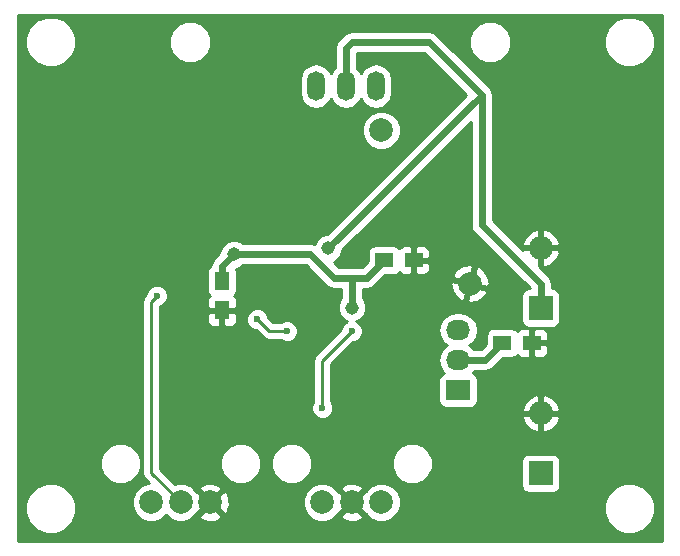
<source format=gbl>
G04 #@! TF.FileFunction,Copper,L2,Bot,Signal*
%FSLAX46Y46*%
G04 Gerber Fmt 4.6, Leading zero omitted, Abs format (unit mm)*
G04 Created by KiCad (PCBNEW 4.0.2+e4-6225~38~ubuntu14.04.1-stable) date Thu 16 Jun 2016 08:22:09 PM ADT*
%MOMM*%
G01*
G04 APERTURE LIST*
%ADD10C,0.100000*%
%ADD11R,1.250000X1.500000*%
%ADD12R,1.500000X1.250000*%
%ADD13O,1.501140X2.499360*%
%ADD14R,2.032000X2.032000*%
%ADD15O,2.032000X2.032000*%
%ADD16R,2.032000X1.727200*%
%ADD17O,2.032000X1.727200*%
%ADD18C,2.000000*%
%ADD19C,1.998980*%
%ADD20C,1.143000*%
%ADD21C,0.600000*%
%ADD22C,0.609600*%
%ADD23C,0.250000*%
%ADD24C,0.254000*%
G04 APERTURE END LIST*
D10*
D11*
X138000000Y-96250000D03*
X138000000Y-98750000D03*
D12*
X161750000Y-101500000D03*
X164250000Y-101500000D03*
X151750000Y-94500000D03*
X154250000Y-94500000D03*
D13*
X148500000Y-79750000D03*
X145960000Y-79750000D03*
X151040000Y-79750000D03*
D14*
X165000000Y-112540000D03*
D15*
X165000000Y-107460000D03*
D16*
X158000000Y-105500000D03*
D17*
X158000000Y-102960000D03*
X158000000Y-100420000D03*
D14*
X165000000Y-98540000D03*
D15*
X165000000Y-93460000D03*
D18*
X132000000Y-115000000D03*
X134500000Y-115000000D03*
X137000000Y-115000000D03*
X146500000Y-115000000D03*
X149000000Y-115000000D03*
X151500000Y-115000000D03*
D19*
X151500000Y-83500000D03*
X159000000Y-96490381D03*
D20*
X149000000Y-98500000D03*
X139000000Y-94000000D03*
X147850000Y-105150000D03*
X133500000Y-99000000D03*
X133500000Y-91000000D03*
X147000000Y-93500000D03*
D21*
X146500000Y-107000000D03*
X149000000Y-100500000D03*
X143500000Y-100500000D03*
X141000000Y-99500000D03*
X132500000Y-97500000D03*
D22*
X149000000Y-96000000D02*
X149000000Y-98500000D01*
X139000000Y-94000000D02*
X145500000Y-94000000D01*
X150250000Y-96000000D02*
X151750000Y-94500000D01*
X147500000Y-96000000D02*
X149000000Y-96000000D01*
X149000000Y-96000000D02*
X150250000Y-96000000D01*
X145500000Y-94000000D02*
X147500000Y-96000000D01*
X138000000Y-95000000D02*
X138000000Y-96250000D01*
X139000000Y-94000000D02*
X138000000Y-95000000D01*
X147900000Y-105100000D02*
X147900000Y-105000000D01*
X147850000Y-105150000D02*
X147900000Y-105100000D01*
X158000000Y-102960000D02*
X160290000Y-102960000D01*
X160290000Y-102960000D02*
X161750000Y-101500000D01*
X165000000Y-112540000D02*
X165000000Y-112500000D01*
X149000000Y-76000000D02*
X148500000Y-76500000D01*
X160000000Y-80500000D02*
X155500000Y-76000000D01*
X155500000Y-76000000D02*
X149000000Y-76000000D01*
X148500000Y-76500000D02*
X148500000Y-79750000D01*
X160000000Y-80500000D02*
X147000000Y-93500000D01*
X165000000Y-98540000D02*
X165000000Y-96500000D01*
X160000000Y-91500000D02*
X160000000Y-80500000D01*
X165000000Y-96500000D02*
X160000000Y-91500000D01*
D23*
X146500000Y-103000000D02*
X146500000Y-107000000D01*
X149000000Y-100500000D02*
X146500000Y-103000000D01*
X142000000Y-100500000D02*
X143500000Y-100500000D01*
X141000000Y-99500000D02*
X142000000Y-100500000D01*
X132000000Y-112500000D02*
X134500000Y-115000000D01*
X132000000Y-98000000D02*
X132000000Y-112500000D01*
X132500000Y-97500000D02*
X132000000Y-98000000D01*
D24*
G36*
X175290000Y-118290000D02*
X120710000Y-118290000D01*
X120710000Y-115922815D01*
X121364630Y-115922815D01*
X121688980Y-116707800D01*
X122289041Y-117308909D01*
X123073459Y-117634628D01*
X123922815Y-117635370D01*
X124707800Y-117311020D01*
X125308909Y-116710959D01*
X125634628Y-115926541D01*
X125635154Y-115323795D01*
X130364716Y-115323795D01*
X130613106Y-115924943D01*
X131072637Y-116385278D01*
X131673352Y-116634716D01*
X132323795Y-116635284D01*
X132924943Y-116386894D01*
X133250164Y-116062241D01*
X133572637Y-116385278D01*
X134173352Y-116634716D01*
X134823795Y-116635284D01*
X135424943Y-116386894D01*
X135659715Y-116152532D01*
X136027073Y-116152532D01*
X136125736Y-116419387D01*
X136735461Y-116645908D01*
X137385460Y-116621856D01*
X137874264Y-116419387D01*
X137972927Y-116152532D01*
X137000000Y-115179605D01*
X136027073Y-116152532D01*
X135659715Y-116152532D01*
X135841752Y-115970813D01*
X135847468Y-115972927D01*
X136820395Y-115000000D01*
X137179605Y-115000000D01*
X138152532Y-115972927D01*
X138419387Y-115874264D01*
X138623893Y-115323795D01*
X144864716Y-115323795D01*
X145113106Y-115924943D01*
X145572637Y-116385278D01*
X146173352Y-116634716D01*
X146823795Y-116635284D01*
X147424943Y-116386894D01*
X147659715Y-116152532D01*
X148027073Y-116152532D01*
X148125736Y-116419387D01*
X148735461Y-116645908D01*
X149385460Y-116621856D01*
X149874264Y-116419387D01*
X149972927Y-116152532D01*
X149000000Y-115179605D01*
X148027073Y-116152532D01*
X147659715Y-116152532D01*
X147841752Y-115970813D01*
X147847468Y-115972927D01*
X148820395Y-115000000D01*
X149179605Y-115000000D01*
X150152532Y-115972927D01*
X150158722Y-115970639D01*
X150572637Y-116385278D01*
X151173352Y-116634716D01*
X151823795Y-116635284D01*
X152424943Y-116386894D01*
X152885278Y-115927363D01*
X152887166Y-115922815D01*
X170364630Y-115922815D01*
X170688980Y-116707800D01*
X171289041Y-117308909D01*
X172073459Y-117634628D01*
X172922815Y-117635370D01*
X173707800Y-117311020D01*
X174308909Y-116710959D01*
X174634628Y-115926541D01*
X174635370Y-115077185D01*
X174311020Y-114292200D01*
X173710959Y-113691091D01*
X172926541Y-113365372D01*
X172077185Y-113364630D01*
X171292200Y-113688980D01*
X170691091Y-114289041D01*
X170365372Y-115073459D01*
X170364630Y-115922815D01*
X152887166Y-115922815D01*
X153134716Y-115326648D01*
X153135284Y-114676205D01*
X152886894Y-114075057D01*
X152427363Y-113614722D01*
X151826648Y-113365284D01*
X151176205Y-113364716D01*
X150575057Y-113613106D01*
X150158248Y-114029187D01*
X150152532Y-114027073D01*
X149179605Y-115000000D01*
X148820395Y-115000000D01*
X147847468Y-114027073D01*
X147841278Y-114029361D01*
X147659703Y-113847468D01*
X148027073Y-113847468D01*
X149000000Y-114820395D01*
X149972927Y-113847468D01*
X149874264Y-113580613D01*
X149264539Y-113354092D01*
X148614540Y-113378144D01*
X148125736Y-113580613D01*
X148027073Y-113847468D01*
X147659703Y-113847468D01*
X147427363Y-113614722D01*
X146826648Y-113365284D01*
X146176205Y-113364716D01*
X145575057Y-113613106D01*
X145114722Y-114072637D01*
X144865284Y-114673352D01*
X144864716Y-115323795D01*
X138623893Y-115323795D01*
X138645908Y-115264539D01*
X138621856Y-114614540D01*
X138419387Y-114125736D01*
X138152532Y-114027073D01*
X137179605Y-115000000D01*
X136820395Y-115000000D01*
X135847468Y-114027073D01*
X135841278Y-114029361D01*
X135659703Y-113847468D01*
X136027073Y-113847468D01*
X137000000Y-114820395D01*
X137972927Y-113847468D01*
X137874264Y-113580613D01*
X137264539Y-113354092D01*
X136614540Y-113378144D01*
X136125736Y-113580613D01*
X136027073Y-113847468D01*
X135659703Y-113847468D01*
X135427363Y-113614722D01*
X134826648Y-113365284D01*
X134176205Y-113364716D01*
X134008721Y-113433919D01*
X132760000Y-112185198D01*
X132760000Y-112043599D01*
X137864699Y-112043599D01*
X138128281Y-112681515D01*
X138615918Y-113170004D01*
X139253373Y-113434699D01*
X139943599Y-113435301D01*
X140581515Y-113171719D01*
X141070004Y-112684082D01*
X141334699Y-112046627D01*
X141334701Y-112043599D01*
X142164699Y-112043599D01*
X142428281Y-112681515D01*
X142915918Y-113170004D01*
X143553373Y-113434699D01*
X144243599Y-113435301D01*
X144881515Y-113171719D01*
X145370004Y-112684082D01*
X145634699Y-112046627D01*
X145634701Y-112043599D01*
X152364699Y-112043599D01*
X152628281Y-112681515D01*
X153115918Y-113170004D01*
X153753373Y-113434699D01*
X154443599Y-113435301D01*
X155081515Y-113171719D01*
X155570004Y-112684082D01*
X155834699Y-112046627D01*
X155835154Y-111524000D01*
X163336560Y-111524000D01*
X163336560Y-113556000D01*
X163380838Y-113791317D01*
X163519910Y-114007441D01*
X163732110Y-114152431D01*
X163984000Y-114203440D01*
X166016000Y-114203440D01*
X166251317Y-114159162D01*
X166467441Y-114020090D01*
X166612431Y-113807890D01*
X166663440Y-113556000D01*
X166663440Y-111524000D01*
X166619162Y-111288683D01*
X166480090Y-111072559D01*
X166267890Y-110927569D01*
X166016000Y-110876560D01*
X163984000Y-110876560D01*
X163748683Y-110920838D01*
X163532559Y-111059910D01*
X163387569Y-111272110D01*
X163336560Y-111524000D01*
X155835154Y-111524000D01*
X155835301Y-111356401D01*
X155571719Y-110718485D01*
X155084082Y-110229996D01*
X154446627Y-109965301D01*
X153756401Y-109964699D01*
X153118485Y-110228281D01*
X152629996Y-110715918D01*
X152365301Y-111353373D01*
X152364699Y-112043599D01*
X145634701Y-112043599D01*
X145635301Y-111356401D01*
X145371719Y-110718485D01*
X144884082Y-110229996D01*
X144246627Y-109965301D01*
X143556401Y-109964699D01*
X142918485Y-110228281D01*
X142429996Y-110715918D01*
X142165301Y-111353373D01*
X142164699Y-112043599D01*
X141334701Y-112043599D01*
X141335301Y-111356401D01*
X141071719Y-110718485D01*
X140584082Y-110229996D01*
X139946627Y-109965301D01*
X139256401Y-109964699D01*
X138618485Y-110228281D01*
X138129996Y-110715918D01*
X137865301Y-111353373D01*
X137864699Y-112043599D01*
X132760000Y-112043599D01*
X132760000Y-99035750D01*
X136740000Y-99035750D01*
X136740000Y-99626309D01*
X136836673Y-99859698D01*
X137015301Y-100038327D01*
X137248690Y-100135000D01*
X137714250Y-100135000D01*
X137873000Y-99976250D01*
X137873000Y-98877000D01*
X138127000Y-98877000D01*
X138127000Y-99976250D01*
X138285750Y-100135000D01*
X138751310Y-100135000D01*
X138984699Y-100038327D01*
X139163327Y-99859698D01*
X139235620Y-99685167D01*
X140064838Y-99685167D01*
X140206883Y-100028943D01*
X140469673Y-100292192D01*
X140813201Y-100434838D01*
X140860077Y-100434879D01*
X141462599Y-101037401D01*
X141709161Y-101202148D01*
X142000000Y-101260000D01*
X142937537Y-101260000D01*
X142969673Y-101292192D01*
X143313201Y-101434838D01*
X143685167Y-101435162D01*
X144028943Y-101293117D01*
X144292192Y-101030327D01*
X144434838Y-100686799D01*
X144435162Y-100314833D01*
X144293117Y-99971057D01*
X144030327Y-99707808D01*
X143686799Y-99565162D01*
X143314833Y-99564838D01*
X142971057Y-99706883D01*
X142937882Y-99740000D01*
X142314802Y-99740000D01*
X141935122Y-99360320D01*
X141935162Y-99314833D01*
X141793117Y-98971057D01*
X141530327Y-98707808D01*
X141186799Y-98565162D01*
X140814833Y-98564838D01*
X140471057Y-98706883D01*
X140207808Y-98969673D01*
X140065162Y-99313201D01*
X140064838Y-99685167D01*
X139235620Y-99685167D01*
X139260000Y-99626309D01*
X139260000Y-99035750D01*
X139101250Y-98877000D01*
X138127000Y-98877000D01*
X137873000Y-98877000D01*
X136898750Y-98877000D01*
X136740000Y-99035750D01*
X132760000Y-99035750D01*
X132760000Y-98404242D01*
X133028943Y-98293117D01*
X133292192Y-98030327D01*
X133434838Y-97686799D01*
X133435162Y-97314833D01*
X133293117Y-96971057D01*
X133030327Y-96707808D01*
X132686799Y-96565162D01*
X132314833Y-96564838D01*
X131971057Y-96706883D01*
X131707808Y-96969673D01*
X131565162Y-97313201D01*
X131565121Y-97360077D01*
X131462599Y-97462599D01*
X131297852Y-97709161D01*
X131240000Y-98000000D01*
X131240000Y-112500000D01*
X131297852Y-112790839D01*
X131462599Y-113037401D01*
X131790013Y-113364815D01*
X131676205Y-113364716D01*
X131075057Y-113613106D01*
X130614722Y-114072637D01*
X130365284Y-114673352D01*
X130364716Y-115323795D01*
X125635154Y-115323795D01*
X125635370Y-115077185D01*
X125311020Y-114292200D01*
X124710959Y-113691091D01*
X123926541Y-113365372D01*
X123077185Y-113364630D01*
X122292200Y-113688980D01*
X121691091Y-114289041D01*
X121365372Y-115073459D01*
X121364630Y-115922815D01*
X120710000Y-115922815D01*
X120710000Y-112043599D01*
X127664699Y-112043599D01*
X127928281Y-112681515D01*
X128415918Y-113170004D01*
X129053373Y-113434699D01*
X129743599Y-113435301D01*
X130381515Y-113171719D01*
X130870004Y-112684082D01*
X131134699Y-112046627D01*
X131135301Y-111356401D01*
X130871719Y-110718485D01*
X130384082Y-110229996D01*
X129746627Y-109965301D01*
X129056401Y-109964699D01*
X128418485Y-110228281D01*
X127929996Y-110715918D01*
X127665301Y-111353373D01*
X127664699Y-112043599D01*
X120710000Y-112043599D01*
X120710000Y-95500000D01*
X136727560Y-95500000D01*
X136727560Y-97000000D01*
X136771838Y-97235317D01*
X136910910Y-97451441D01*
X136979006Y-97497969D01*
X136836673Y-97640302D01*
X136740000Y-97873691D01*
X136740000Y-98464250D01*
X136898750Y-98623000D01*
X137873000Y-98623000D01*
X137873000Y-98603000D01*
X138127000Y-98603000D01*
X138127000Y-98623000D01*
X139101250Y-98623000D01*
X139260000Y-98464250D01*
X139260000Y-97873691D01*
X139163327Y-97640302D01*
X139022090Y-97499064D01*
X139076441Y-97464090D01*
X139221431Y-97251890D01*
X139272440Y-97000000D01*
X139272440Y-95500000D01*
X139228162Y-95264683D01*
X139190830Y-95206667D01*
X139238935Y-95206709D01*
X139682535Y-95023418D01*
X139766299Y-94939800D01*
X145110722Y-94939800D01*
X146835461Y-96664539D01*
X147140354Y-96868262D01*
X147500000Y-96939800D01*
X148060200Y-96939800D01*
X148060200Y-97733399D01*
X147977775Y-97815680D01*
X147793710Y-98258959D01*
X147793291Y-98738935D01*
X147976582Y-99182535D01*
X148315680Y-99522225D01*
X148616079Y-99646961D01*
X148471057Y-99706883D01*
X148207808Y-99969673D01*
X148065162Y-100313201D01*
X148065121Y-100360077D01*
X145962599Y-102462599D01*
X145797852Y-102709161D01*
X145740000Y-103000000D01*
X145740000Y-106437537D01*
X145707808Y-106469673D01*
X145565162Y-106813201D01*
X145564838Y-107185167D01*
X145706883Y-107528943D01*
X145969673Y-107792192D01*
X146313201Y-107934838D01*
X146685167Y-107935162D01*
X146908347Y-107842946D01*
X163394017Y-107842946D01*
X163662812Y-108428379D01*
X164135182Y-108866385D01*
X164617056Y-109065975D01*
X164873000Y-108946836D01*
X164873000Y-107587000D01*
X165127000Y-107587000D01*
X165127000Y-108946836D01*
X165382944Y-109065975D01*
X165864818Y-108866385D01*
X166337188Y-108428379D01*
X166605983Y-107842946D01*
X166487367Y-107587000D01*
X165127000Y-107587000D01*
X164873000Y-107587000D01*
X163512633Y-107587000D01*
X163394017Y-107842946D01*
X146908347Y-107842946D01*
X147028943Y-107793117D01*
X147292192Y-107530327D01*
X147434838Y-107186799D01*
X147434933Y-107077054D01*
X163394017Y-107077054D01*
X163512633Y-107333000D01*
X164873000Y-107333000D01*
X164873000Y-105973164D01*
X165127000Y-105973164D01*
X165127000Y-107333000D01*
X166487367Y-107333000D01*
X166605983Y-107077054D01*
X166337188Y-106491621D01*
X165864818Y-106053615D01*
X165382944Y-105854025D01*
X165127000Y-105973164D01*
X164873000Y-105973164D01*
X164617056Y-105854025D01*
X164135182Y-106053615D01*
X163662812Y-106491621D01*
X163394017Y-107077054D01*
X147434933Y-107077054D01*
X147435162Y-106814833D01*
X147293117Y-106471057D01*
X147260000Y-106437882D01*
X147260000Y-103314802D01*
X149139680Y-101435122D01*
X149185167Y-101435162D01*
X149528943Y-101293117D01*
X149792192Y-101030327D01*
X149934838Y-100686799D01*
X149935070Y-100420000D01*
X156316655Y-100420000D01*
X156430729Y-100993489D01*
X156755585Y-101479670D01*
X157070366Y-101690000D01*
X156755585Y-101900330D01*
X156430729Y-102386511D01*
X156316655Y-102960000D01*
X156430729Y-103533489D01*
X156755585Y-104019670D01*
X156769913Y-104029243D01*
X156748683Y-104033238D01*
X156532559Y-104172310D01*
X156387569Y-104384510D01*
X156336560Y-104636400D01*
X156336560Y-106363600D01*
X156380838Y-106598917D01*
X156519910Y-106815041D01*
X156732110Y-106960031D01*
X156984000Y-107011040D01*
X159016000Y-107011040D01*
X159251317Y-106966762D01*
X159467441Y-106827690D01*
X159612431Y-106615490D01*
X159663440Y-106363600D01*
X159663440Y-104636400D01*
X159619162Y-104401083D01*
X159480090Y-104184959D01*
X159267890Y-104039969D01*
X159226561Y-104031600D01*
X159244415Y-104019670D01*
X159324510Y-103899800D01*
X160290000Y-103899800D01*
X160649646Y-103828262D01*
X160954539Y-103624539D01*
X161806638Y-102772440D01*
X162500000Y-102772440D01*
X162735317Y-102728162D01*
X162951441Y-102589090D01*
X162997969Y-102520994D01*
X163140302Y-102663327D01*
X163373691Y-102760000D01*
X163964250Y-102760000D01*
X164123000Y-102601250D01*
X164123000Y-101627000D01*
X164377000Y-101627000D01*
X164377000Y-102601250D01*
X164535750Y-102760000D01*
X165126309Y-102760000D01*
X165359698Y-102663327D01*
X165538327Y-102484699D01*
X165635000Y-102251310D01*
X165635000Y-101785750D01*
X165476250Y-101627000D01*
X164377000Y-101627000D01*
X164123000Y-101627000D01*
X164103000Y-101627000D01*
X164103000Y-101373000D01*
X164123000Y-101373000D01*
X164123000Y-100398750D01*
X164377000Y-100398750D01*
X164377000Y-101373000D01*
X165476250Y-101373000D01*
X165635000Y-101214250D01*
X165635000Y-100748690D01*
X165538327Y-100515301D01*
X165359698Y-100336673D01*
X165126309Y-100240000D01*
X164535750Y-100240000D01*
X164377000Y-100398750D01*
X164123000Y-100398750D01*
X163964250Y-100240000D01*
X163373691Y-100240000D01*
X163140302Y-100336673D01*
X162999064Y-100477910D01*
X162964090Y-100423559D01*
X162751890Y-100278569D01*
X162500000Y-100227560D01*
X161000000Y-100227560D01*
X160764683Y-100271838D01*
X160548559Y-100410910D01*
X160403569Y-100623110D01*
X160352560Y-100875000D01*
X160352560Y-101568362D01*
X159900722Y-102020200D01*
X159324510Y-102020200D01*
X159244415Y-101900330D01*
X158929634Y-101690000D01*
X159244415Y-101479670D01*
X159569271Y-100993489D01*
X159683345Y-100420000D01*
X159569271Y-99846511D01*
X159244415Y-99360330D01*
X158758234Y-99035474D01*
X158184745Y-98921400D01*
X157815255Y-98921400D01*
X157241766Y-99035474D01*
X156755585Y-99360330D01*
X156430729Y-99846511D01*
X156316655Y-100420000D01*
X149935070Y-100420000D01*
X149935162Y-100314833D01*
X149793117Y-99971057D01*
X149530327Y-99707808D01*
X149383665Y-99646908D01*
X149682535Y-99523418D01*
X150022225Y-99184320D01*
X150206290Y-98741041D01*
X150206709Y-98261065D01*
X150088288Y-97974462D01*
X158733822Y-97974462D01*
X158952613Y-98156219D01*
X159593708Y-98047549D01*
X160144417Y-97701815D01*
X160466352Y-97282261D01*
X160418341Y-97001904D01*
X159089803Y-96645924D01*
X158733822Y-97974462D01*
X150088288Y-97974462D01*
X150023418Y-97817465D01*
X149939800Y-97733701D01*
X149939800Y-96939800D01*
X150250000Y-96939800D01*
X150609646Y-96868262D01*
X150914539Y-96664539D01*
X151136084Y-96442994D01*
X157334162Y-96442994D01*
X157442832Y-97084089D01*
X157788566Y-97634798D01*
X158208120Y-97956733D01*
X158488477Y-97908722D01*
X158844457Y-96580184D01*
X158174159Y-96400578D01*
X159155543Y-96400578D01*
X160484081Y-96756559D01*
X160665838Y-96537768D01*
X160557168Y-95896673D01*
X160211434Y-95345964D01*
X159791880Y-95024029D01*
X159511523Y-95072040D01*
X159155543Y-96400578D01*
X158174159Y-96400578D01*
X157515919Y-96224203D01*
X157334162Y-96442994D01*
X151136084Y-96442994D01*
X151806638Y-95772440D01*
X152500000Y-95772440D01*
X152735317Y-95728162D01*
X152951441Y-95589090D01*
X152997969Y-95520994D01*
X153140302Y-95663327D01*
X153373691Y-95760000D01*
X153964250Y-95760000D01*
X154123000Y-95601250D01*
X154123000Y-94627000D01*
X154377000Y-94627000D01*
X154377000Y-95601250D01*
X154535750Y-95760000D01*
X155126309Y-95760000D01*
X155274780Y-95698501D01*
X157533648Y-95698501D01*
X157581659Y-95978858D01*
X158910197Y-96334838D01*
X159266178Y-95006300D01*
X159047387Y-94824543D01*
X158406292Y-94933213D01*
X157855583Y-95278947D01*
X157533648Y-95698501D01*
X155274780Y-95698501D01*
X155359698Y-95663327D01*
X155538327Y-95484699D01*
X155635000Y-95251310D01*
X155635000Y-94785750D01*
X155476250Y-94627000D01*
X154377000Y-94627000D01*
X154123000Y-94627000D01*
X154103000Y-94627000D01*
X154103000Y-94373000D01*
X154123000Y-94373000D01*
X154123000Y-93398750D01*
X154377000Y-93398750D01*
X154377000Y-94373000D01*
X155476250Y-94373000D01*
X155635000Y-94214250D01*
X155635000Y-93748690D01*
X155538327Y-93515301D01*
X155359698Y-93336673D01*
X155126309Y-93240000D01*
X154535750Y-93240000D01*
X154377000Y-93398750D01*
X154123000Y-93398750D01*
X153964250Y-93240000D01*
X153373691Y-93240000D01*
X153140302Y-93336673D01*
X152999064Y-93477910D01*
X152964090Y-93423559D01*
X152751890Y-93278569D01*
X152500000Y-93227560D01*
X151000000Y-93227560D01*
X150764683Y-93271838D01*
X150548559Y-93410910D01*
X150403569Y-93623110D01*
X150352560Y-93875000D01*
X150352560Y-94568362D01*
X149860722Y-95060200D01*
X147889278Y-95060200D01*
X147448993Y-94619915D01*
X147682535Y-94523418D01*
X148022225Y-94184320D01*
X148206290Y-93741041D01*
X148206393Y-93622685D01*
X159060200Y-82768878D01*
X159060200Y-91500000D01*
X159131738Y-91859646D01*
X159335461Y-92164539D01*
X164047482Y-96876560D01*
X163984000Y-96876560D01*
X163748683Y-96920838D01*
X163532559Y-97059910D01*
X163387569Y-97272110D01*
X163336560Y-97524000D01*
X163336560Y-99556000D01*
X163380838Y-99791317D01*
X163519910Y-100007441D01*
X163732110Y-100152431D01*
X163984000Y-100203440D01*
X166016000Y-100203440D01*
X166251317Y-100159162D01*
X166467441Y-100020090D01*
X166612431Y-99807890D01*
X166663440Y-99556000D01*
X166663440Y-97524000D01*
X166619162Y-97288683D01*
X166480090Y-97072559D01*
X166267890Y-96927569D01*
X166016000Y-96876560D01*
X165939800Y-96876560D01*
X165939800Y-96500000D01*
X165868262Y-96140354D01*
X165664539Y-95835461D01*
X164806752Y-94977674D01*
X164873000Y-94946836D01*
X164873000Y-93587000D01*
X165127000Y-93587000D01*
X165127000Y-94946836D01*
X165382944Y-95065975D01*
X165864818Y-94866385D01*
X166337188Y-94428379D01*
X166605983Y-93842946D01*
X166487367Y-93587000D01*
X165127000Y-93587000D01*
X164873000Y-93587000D01*
X163512633Y-93587000D01*
X163482056Y-93652978D01*
X162906132Y-93077054D01*
X163394017Y-93077054D01*
X163512633Y-93333000D01*
X164873000Y-93333000D01*
X164873000Y-91973164D01*
X165127000Y-91973164D01*
X165127000Y-93333000D01*
X166487367Y-93333000D01*
X166605983Y-93077054D01*
X166337188Y-92491621D01*
X165864818Y-92053615D01*
X165382944Y-91854025D01*
X165127000Y-91973164D01*
X164873000Y-91973164D01*
X164617056Y-91854025D01*
X164135182Y-92053615D01*
X163662812Y-92491621D01*
X163394017Y-93077054D01*
X162906132Y-93077054D01*
X160939800Y-91110722D01*
X160939800Y-80500000D01*
X160868262Y-80140354D01*
X160664539Y-79835461D01*
X157182579Y-76353501D01*
X158914691Y-76353501D01*
X159185868Y-77009800D01*
X159687559Y-77512367D01*
X160343384Y-77784689D01*
X161053501Y-77785309D01*
X161709800Y-77514132D01*
X162212367Y-77012441D01*
X162457200Y-76422815D01*
X170364630Y-76422815D01*
X170688980Y-77207800D01*
X171289041Y-77808909D01*
X172073459Y-78134628D01*
X172922815Y-78135370D01*
X173707800Y-77811020D01*
X174308909Y-77210959D01*
X174634628Y-76426541D01*
X174635370Y-75577185D01*
X174311020Y-74792200D01*
X173710959Y-74191091D01*
X172926541Y-73865372D01*
X172077185Y-73864630D01*
X171292200Y-74188980D01*
X170691091Y-74789041D01*
X170365372Y-75573459D01*
X170364630Y-76422815D01*
X162457200Y-76422815D01*
X162484689Y-76356616D01*
X162485309Y-75646499D01*
X162214132Y-74990200D01*
X161712441Y-74487633D01*
X161056616Y-74215311D01*
X160346499Y-74214691D01*
X159690200Y-74485868D01*
X159187633Y-74987559D01*
X158915311Y-75643384D01*
X158914691Y-76353501D01*
X157182579Y-76353501D01*
X156164539Y-75335461D01*
X155859646Y-75131738D01*
X155500000Y-75060200D01*
X149000000Y-75060200D01*
X148640354Y-75131738D01*
X148335461Y-75335461D01*
X147835461Y-75835461D01*
X147631738Y-76140354D01*
X147560200Y-76500000D01*
X147560200Y-78207530D01*
X147520254Y-78234221D01*
X147230000Y-78668616D01*
X146939746Y-78234221D01*
X146490235Y-77933867D01*
X145960000Y-77828397D01*
X145429765Y-77933867D01*
X144980254Y-78234221D01*
X144679900Y-78683732D01*
X144574430Y-79213967D01*
X144574430Y-80286033D01*
X144679900Y-80816268D01*
X144980254Y-81265779D01*
X145429765Y-81566133D01*
X145960000Y-81671603D01*
X146490235Y-81566133D01*
X146939746Y-81265779D01*
X147230000Y-80831384D01*
X147520254Y-81265779D01*
X147969765Y-81566133D01*
X148500000Y-81671603D01*
X149030235Y-81566133D01*
X149479746Y-81265779D01*
X149770000Y-80831384D01*
X150060254Y-81265779D01*
X150509765Y-81566133D01*
X151040000Y-81671603D01*
X151570235Y-81566133D01*
X152019746Y-81265779D01*
X152320100Y-80816268D01*
X152425570Y-80286033D01*
X152425570Y-79213967D01*
X152320100Y-78683732D01*
X152019746Y-78234221D01*
X151570235Y-77933867D01*
X151040000Y-77828397D01*
X150509765Y-77933867D01*
X150060254Y-78234221D01*
X149770000Y-78668616D01*
X149479746Y-78234221D01*
X149439800Y-78207530D01*
X149439800Y-76939800D01*
X155110722Y-76939800D01*
X158670922Y-80500000D01*
X146877529Y-92293393D01*
X146761065Y-92293291D01*
X146317465Y-92476582D01*
X145977775Y-92815680D01*
X145847537Y-93129329D01*
X145500000Y-93060200D01*
X139766601Y-93060200D01*
X139684320Y-92977775D01*
X139241041Y-92793710D01*
X138761065Y-92793291D01*
X138317465Y-92976582D01*
X137977775Y-93315680D01*
X137793710Y-93758959D01*
X137793607Y-93877315D01*
X137335461Y-94335461D01*
X137131738Y-94640354D01*
X137072065Y-94940349D01*
X136923559Y-95035910D01*
X136778569Y-95248110D01*
X136727560Y-95500000D01*
X120710000Y-95500000D01*
X120710000Y-83823694D01*
X149865226Y-83823694D01*
X150113538Y-84424655D01*
X150572927Y-84884846D01*
X151173453Y-85134206D01*
X151823694Y-85134774D01*
X152424655Y-84886462D01*
X152884846Y-84427073D01*
X153134206Y-83826547D01*
X153134774Y-83176306D01*
X152886462Y-82575345D01*
X152427073Y-82115154D01*
X151826547Y-81865794D01*
X151176306Y-81865226D01*
X150575345Y-82113538D01*
X150115154Y-82572927D01*
X149865794Y-83173453D01*
X149865226Y-83823694D01*
X120710000Y-83823694D01*
X120710000Y-76422815D01*
X121364630Y-76422815D01*
X121688980Y-77207800D01*
X122289041Y-77808909D01*
X123073459Y-78134628D01*
X123922815Y-78135370D01*
X124707800Y-77811020D01*
X125308909Y-77210959D01*
X125634628Y-76426541D01*
X125634691Y-76353501D01*
X133514691Y-76353501D01*
X133785868Y-77009800D01*
X134287559Y-77512367D01*
X134943384Y-77784689D01*
X135653501Y-77785309D01*
X136309800Y-77514132D01*
X136812367Y-77012441D01*
X137084689Y-76356616D01*
X137085309Y-75646499D01*
X136814132Y-74990200D01*
X136312441Y-74487633D01*
X135656616Y-74215311D01*
X134946499Y-74214691D01*
X134290200Y-74485868D01*
X133787633Y-74987559D01*
X133515311Y-75643384D01*
X133514691Y-76353501D01*
X125634691Y-76353501D01*
X125635370Y-75577185D01*
X125311020Y-74792200D01*
X124710959Y-74191091D01*
X123926541Y-73865372D01*
X123077185Y-73864630D01*
X122292200Y-74188980D01*
X121691091Y-74789041D01*
X121365372Y-75573459D01*
X121364630Y-76422815D01*
X120710000Y-76422815D01*
X120710000Y-73710000D01*
X175290000Y-73710000D01*
X175290000Y-118290000D01*
X175290000Y-118290000D01*
G37*
X175290000Y-118290000D02*
X120710000Y-118290000D01*
X120710000Y-115922815D01*
X121364630Y-115922815D01*
X121688980Y-116707800D01*
X122289041Y-117308909D01*
X123073459Y-117634628D01*
X123922815Y-117635370D01*
X124707800Y-117311020D01*
X125308909Y-116710959D01*
X125634628Y-115926541D01*
X125635154Y-115323795D01*
X130364716Y-115323795D01*
X130613106Y-115924943D01*
X131072637Y-116385278D01*
X131673352Y-116634716D01*
X132323795Y-116635284D01*
X132924943Y-116386894D01*
X133250164Y-116062241D01*
X133572637Y-116385278D01*
X134173352Y-116634716D01*
X134823795Y-116635284D01*
X135424943Y-116386894D01*
X135659715Y-116152532D01*
X136027073Y-116152532D01*
X136125736Y-116419387D01*
X136735461Y-116645908D01*
X137385460Y-116621856D01*
X137874264Y-116419387D01*
X137972927Y-116152532D01*
X137000000Y-115179605D01*
X136027073Y-116152532D01*
X135659715Y-116152532D01*
X135841752Y-115970813D01*
X135847468Y-115972927D01*
X136820395Y-115000000D01*
X137179605Y-115000000D01*
X138152532Y-115972927D01*
X138419387Y-115874264D01*
X138623893Y-115323795D01*
X144864716Y-115323795D01*
X145113106Y-115924943D01*
X145572637Y-116385278D01*
X146173352Y-116634716D01*
X146823795Y-116635284D01*
X147424943Y-116386894D01*
X147659715Y-116152532D01*
X148027073Y-116152532D01*
X148125736Y-116419387D01*
X148735461Y-116645908D01*
X149385460Y-116621856D01*
X149874264Y-116419387D01*
X149972927Y-116152532D01*
X149000000Y-115179605D01*
X148027073Y-116152532D01*
X147659715Y-116152532D01*
X147841752Y-115970813D01*
X147847468Y-115972927D01*
X148820395Y-115000000D01*
X149179605Y-115000000D01*
X150152532Y-115972927D01*
X150158722Y-115970639D01*
X150572637Y-116385278D01*
X151173352Y-116634716D01*
X151823795Y-116635284D01*
X152424943Y-116386894D01*
X152885278Y-115927363D01*
X152887166Y-115922815D01*
X170364630Y-115922815D01*
X170688980Y-116707800D01*
X171289041Y-117308909D01*
X172073459Y-117634628D01*
X172922815Y-117635370D01*
X173707800Y-117311020D01*
X174308909Y-116710959D01*
X174634628Y-115926541D01*
X174635370Y-115077185D01*
X174311020Y-114292200D01*
X173710959Y-113691091D01*
X172926541Y-113365372D01*
X172077185Y-113364630D01*
X171292200Y-113688980D01*
X170691091Y-114289041D01*
X170365372Y-115073459D01*
X170364630Y-115922815D01*
X152887166Y-115922815D01*
X153134716Y-115326648D01*
X153135284Y-114676205D01*
X152886894Y-114075057D01*
X152427363Y-113614722D01*
X151826648Y-113365284D01*
X151176205Y-113364716D01*
X150575057Y-113613106D01*
X150158248Y-114029187D01*
X150152532Y-114027073D01*
X149179605Y-115000000D01*
X148820395Y-115000000D01*
X147847468Y-114027073D01*
X147841278Y-114029361D01*
X147659703Y-113847468D01*
X148027073Y-113847468D01*
X149000000Y-114820395D01*
X149972927Y-113847468D01*
X149874264Y-113580613D01*
X149264539Y-113354092D01*
X148614540Y-113378144D01*
X148125736Y-113580613D01*
X148027073Y-113847468D01*
X147659703Y-113847468D01*
X147427363Y-113614722D01*
X146826648Y-113365284D01*
X146176205Y-113364716D01*
X145575057Y-113613106D01*
X145114722Y-114072637D01*
X144865284Y-114673352D01*
X144864716Y-115323795D01*
X138623893Y-115323795D01*
X138645908Y-115264539D01*
X138621856Y-114614540D01*
X138419387Y-114125736D01*
X138152532Y-114027073D01*
X137179605Y-115000000D01*
X136820395Y-115000000D01*
X135847468Y-114027073D01*
X135841278Y-114029361D01*
X135659703Y-113847468D01*
X136027073Y-113847468D01*
X137000000Y-114820395D01*
X137972927Y-113847468D01*
X137874264Y-113580613D01*
X137264539Y-113354092D01*
X136614540Y-113378144D01*
X136125736Y-113580613D01*
X136027073Y-113847468D01*
X135659703Y-113847468D01*
X135427363Y-113614722D01*
X134826648Y-113365284D01*
X134176205Y-113364716D01*
X134008721Y-113433919D01*
X132760000Y-112185198D01*
X132760000Y-112043599D01*
X137864699Y-112043599D01*
X138128281Y-112681515D01*
X138615918Y-113170004D01*
X139253373Y-113434699D01*
X139943599Y-113435301D01*
X140581515Y-113171719D01*
X141070004Y-112684082D01*
X141334699Y-112046627D01*
X141334701Y-112043599D01*
X142164699Y-112043599D01*
X142428281Y-112681515D01*
X142915918Y-113170004D01*
X143553373Y-113434699D01*
X144243599Y-113435301D01*
X144881515Y-113171719D01*
X145370004Y-112684082D01*
X145634699Y-112046627D01*
X145634701Y-112043599D01*
X152364699Y-112043599D01*
X152628281Y-112681515D01*
X153115918Y-113170004D01*
X153753373Y-113434699D01*
X154443599Y-113435301D01*
X155081515Y-113171719D01*
X155570004Y-112684082D01*
X155834699Y-112046627D01*
X155835154Y-111524000D01*
X163336560Y-111524000D01*
X163336560Y-113556000D01*
X163380838Y-113791317D01*
X163519910Y-114007441D01*
X163732110Y-114152431D01*
X163984000Y-114203440D01*
X166016000Y-114203440D01*
X166251317Y-114159162D01*
X166467441Y-114020090D01*
X166612431Y-113807890D01*
X166663440Y-113556000D01*
X166663440Y-111524000D01*
X166619162Y-111288683D01*
X166480090Y-111072559D01*
X166267890Y-110927569D01*
X166016000Y-110876560D01*
X163984000Y-110876560D01*
X163748683Y-110920838D01*
X163532559Y-111059910D01*
X163387569Y-111272110D01*
X163336560Y-111524000D01*
X155835154Y-111524000D01*
X155835301Y-111356401D01*
X155571719Y-110718485D01*
X155084082Y-110229996D01*
X154446627Y-109965301D01*
X153756401Y-109964699D01*
X153118485Y-110228281D01*
X152629996Y-110715918D01*
X152365301Y-111353373D01*
X152364699Y-112043599D01*
X145634701Y-112043599D01*
X145635301Y-111356401D01*
X145371719Y-110718485D01*
X144884082Y-110229996D01*
X144246627Y-109965301D01*
X143556401Y-109964699D01*
X142918485Y-110228281D01*
X142429996Y-110715918D01*
X142165301Y-111353373D01*
X142164699Y-112043599D01*
X141334701Y-112043599D01*
X141335301Y-111356401D01*
X141071719Y-110718485D01*
X140584082Y-110229996D01*
X139946627Y-109965301D01*
X139256401Y-109964699D01*
X138618485Y-110228281D01*
X138129996Y-110715918D01*
X137865301Y-111353373D01*
X137864699Y-112043599D01*
X132760000Y-112043599D01*
X132760000Y-99035750D01*
X136740000Y-99035750D01*
X136740000Y-99626309D01*
X136836673Y-99859698D01*
X137015301Y-100038327D01*
X137248690Y-100135000D01*
X137714250Y-100135000D01*
X137873000Y-99976250D01*
X137873000Y-98877000D01*
X138127000Y-98877000D01*
X138127000Y-99976250D01*
X138285750Y-100135000D01*
X138751310Y-100135000D01*
X138984699Y-100038327D01*
X139163327Y-99859698D01*
X139235620Y-99685167D01*
X140064838Y-99685167D01*
X140206883Y-100028943D01*
X140469673Y-100292192D01*
X140813201Y-100434838D01*
X140860077Y-100434879D01*
X141462599Y-101037401D01*
X141709161Y-101202148D01*
X142000000Y-101260000D01*
X142937537Y-101260000D01*
X142969673Y-101292192D01*
X143313201Y-101434838D01*
X143685167Y-101435162D01*
X144028943Y-101293117D01*
X144292192Y-101030327D01*
X144434838Y-100686799D01*
X144435162Y-100314833D01*
X144293117Y-99971057D01*
X144030327Y-99707808D01*
X143686799Y-99565162D01*
X143314833Y-99564838D01*
X142971057Y-99706883D01*
X142937882Y-99740000D01*
X142314802Y-99740000D01*
X141935122Y-99360320D01*
X141935162Y-99314833D01*
X141793117Y-98971057D01*
X141530327Y-98707808D01*
X141186799Y-98565162D01*
X140814833Y-98564838D01*
X140471057Y-98706883D01*
X140207808Y-98969673D01*
X140065162Y-99313201D01*
X140064838Y-99685167D01*
X139235620Y-99685167D01*
X139260000Y-99626309D01*
X139260000Y-99035750D01*
X139101250Y-98877000D01*
X138127000Y-98877000D01*
X137873000Y-98877000D01*
X136898750Y-98877000D01*
X136740000Y-99035750D01*
X132760000Y-99035750D01*
X132760000Y-98404242D01*
X133028943Y-98293117D01*
X133292192Y-98030327D01*
X133434838Y-97686799D01*
X133435162Y-97314833D01*
X133293117Y-96971057D01*
X133030327Y-96707808D01*
X132686799Y-96565162D01*
X132314833Y-96564838D01*
X131971057Y-96706883D01*
X131707808Y-96969673D01*
X131565162Y-97313201D01*
X131565121Y-97360077D01*
X131462599Y-97462599D01*
X131297852Y-97709161D01*
X131240000Y-98000000D01*
X131240000Y-112500000D01*
X131297852Y-112790839D01*
X131462599Y-113037401D01*
X131790013Y-113364815D01*
X131676205Y-113364716D01*
X131075057Y-113613106D01*
X130614722Y-114072637D01*
X130365284Y-114673352D01*
X130364716Y-115323795D01*
X125635154Y-115323795D01*
X125635370Y-115077185D01*
X125311020Y-114292200D01*
X124710959Y-113691091D01*
X123926541Y-113365372D01*
X123077185Y-113364630D01*
X122292200Y-113688980D01*
X121691091Y-114289041D01*
X121365372Y-115073459D01*
X121364630Y-115922815D01*
X120710000Y-115922815D01*
X120710000Y-112043599D01*
X127664699Y-112043599D01*
X127928281Y-112681515D01*
X128415918Y-113170004D01*
X129053373Y-113434699D01*
X129743599Y-113435301D01*
X130381515Y-113171719D01*
X130870004Y-112684082D01*
X131134699Y-112046627D01*
X131135301Y-111356401D01*
X130871719Y-110718485D01*
X130384082Y-110229996D01*
X129746627Y-109965301D01*
X129056401Y-109964699D01*
X128418485Y-110228281D01*
X127929996Y-110715918D01*
X127665301Y-111353373D01*
X127664699Y-112043599D01*
X120710000Y-112043599D01*
X120710000Y-95500000D01*
X136727560Y-95500000D01*
X136727560Y-97000000D01*
X136771838Y-97235317D01*
X136910910Y-97451441D01*
X136979006Y-97497969D01*
X136836673Y-97640302D01*
X136740000Y-97873691D01*
X136740000Y-98464250D01*
X136898750Y-98623000D01*
X137873000Y-98623000D01*
X137873000Y-98603000D01*
X138127000Y-98603000D01*
X138127000Y-98623000D01*
X139101250Y-98623000D01*
X139260000Y-98464250D01*
X139260000Y-97873691D01*
X139163327Y-97640302D01*
X139022090Y-97499064D01*
X139076441Y-97464090D01*
X139221431Y-97251890D01*
X139272440Y-97000000D01*
X139272440Y-95500000D01*
X139228162Y-95264683D01*
X139190830Y-95206667D01*
X139238935Y-95206709D01*
X139682535Y-95023418D01*
X139766299Y-94939800D01*
X145110722Y-94939800D01*
X146835461Y-96664539D01*
X147140354Y-96868262D01*
X147500000Y-96939800D01*
X148060200Y-96939800D01*
X148060200Y-97733399D01*
X147977775Y-97815680D01*
X147793710Y-98258959D01*
X147793291Y-98738935D01*
X147976582Y-99182535D01*
X148315680Y-99522225D01*
X148616079Y-99646961D01*
X148471057Y-99706883D01*
X148207808Y-99969673D01*
X148065162Y-100313201D01*
X148065121Y-100360077D01*
X145962599Y-102462599D01*
X145797852Y-102709161D01*
X145740000Y-103000000D01*
X145740000Y-106437537D01*
X145707808Y-106469673D01*
X145565162Y-106813201D01*
X145564838Y-107185167D01*
X145706883Y-107528943D01*
X145969673Y-107792192D01*
X146313201Y-107934838D01*
X146685167Y-107935162D01*
X146908347Y-107842946D01*
X163394017Y-107842946D01*
X163662812Y-108428379D01*
X164135182Y-108866385D01*
X164617056Y-109065975D01*
X164873000Y-108946836D01*
X164873000Y-107587000D01*
X165127000Y-107587000D01*
X165127000Y-108946836D01*
X165382944Y-109065975D01*
X165864818Y-108866385D01*
X166337188Y-108428379D01*
X166605983Y-107842946D01*
X166487367Y-107587000D01*
X165127000Y-107587000D01*
X164873000Y-107587000D01*
X163512633Y-107587000D01*
X163394017Y-107842946D01*
X146908347Y-107842946D01*
X147028943Y-107793117D01*
X147292192Y-107530327D01*
X147434838Y-107186799D01*
X147434933Y-107077054D01*
X163394017Y-107077054D01*
X163512633Y-107333000D01*
X164873000Y-107333000D01*
X164873000Y-105973164D01*
X165127000Y-105973164D01*
X165127000Y-107333000D01*
X166487367Y-107333000D01*
X166605983Y-107077054D01*
X166337188Y-106491621D01*
X165864818Y-106053615D01*
X165382944Y-105854025D01*
X165127000Y-105973164D01*
X164873000Y-105973164D01*
X164617056Y-105854025D01*
X164135182Y-106053615D01*
X163662812Y-106491621D01*
X163394017Y-107077054D01*
X147434933Y-107077054D01*
X147435162Y-106814833D01*
X147293117Y-106471057D01*
X147260000Y-106437882D01*
X147260000Y-103314802D01*
X149139680Y-101435122D01*
X149185167Y-101435162D01*
X149528943Y-101293117D01*
X149792192Y-101030327D01*
X149934838Y-100686799D01*
X149935070Y-100420000D01*
X156316655Y-100420000D01*
X156430729Y-100993489D01*
X156755585Y-101479670D01*
X157070366Y-101690000D01*
X156755585Y-101900330D01*
X156430729Y-102386511D01*
X156316655Y-102960000D01*
X156430729Y-103533489D01*
X156755585Y-104019670D01*
X156769913Y-104029243D01*
X156748683Y-104033238D01*
X156532559Y-104172310D01*
X156387569Y-104384510D01*
X156336560Y-104636400D01*
X156336560Y-106363600D01*
X156380838Y-106598917D01*
X156519910Y-106815041D01*
X156732110Y-106960031D01*
X156984000Y-107011040D01*
X159016000Y-107011040D01*
X159251317Y-106966762D01*
X159467441Y-106827690D01*
X159612431Y-106615490D01*
X159663440Y-106363600D01*
X159663440Y-104636400D01*
X159619162Y-104401083D01*
X159480090Y-104184959D01*
X159267890Y-104039969D01*
X159226561Y-104031600D01*
X159244415Y-104019670D01*
X159324510Y-103899800D01*
X160290000Y-103899800D01*
X160649646Y-103828262D01*
X160954539Y-103624539D01*
X161806638Y-102772440D01*
X162500000Y-102772440D01*
X162735317Y-102728162D01*
X162951441Y-102589090D01*
X162997969Y-102520994D01*
X163140302Y-102663327D01*
X163373691Y-102760000D01*
X163964250Y-102760000D01*
X164123000Y-102601250D01*
X164123000Y-101627000D01*
X164377000Y-101627000D01*
X164377000Y-102601250D01*
X164535750Y-102760000D01*
X165126309Y-102760000D01*
X165359698Y-102663327D01*
X165538327Y-102484699D01*
X165635000Y-102251310D01*
X165635000Y-101785750D01*
X165476250Y-101627000D01*
X164377000Y-101627000D01*
X164123000Y-101627000D01*
X164103000Y-101627000D01*
X164103000Y-101373000D01*
X164123000Y-101373000D01*
X164123000Y-100398750D01*
X164377000Y-100398750D01*
X164377000Y-101373000D01*
X165476250Y-101373000D01*
X165635000Y-101214250D01*
X165635000Y-100748690D01*
X165538327Y-100515301D01*
X165359698Y-100336673D01*
X165126309Y-100240000D01*
X164535750Y-100240000D01*
X164377000Y-100398750D01*
X164123000Y-100398750D01*
X163964250Y-100240000D01*
X163373691Y-100240000D01*
X163140302Y-100336673D01*
X162999064Y-100477910D01*
X162964090Y-100423559D01*
X162751890Y-100278569D01*
X162500000Y-100227560D01*
X161000000Y-100227560D01*
X160764683Y-100271838D01*
X160548559Y-100410910D01*
X160403569Y-100623110D01*
X160352560Y-100875000D01*
X160352560Y-101568362D01*
X159900722Y-102020200D01*
X159324510Y-102020200D01*
X159244415Y-101900330D01*
X158929634Y-101690000D01*
X159244415Y-101479670D01*
X159569271Y-100993489D01*
X159683345Y-100420000D01*
X159569271Y-99846511D01*
X159244415Y-99360330D01*
X158758234Y-99035474D01*
X158184745Y-98921400D01*
X157815255Y-98921400D01*
X157241766Y-99035474D01*
X156755585Y-99360330D01*
X156430729Y-99846511D01*
X156316655Y-100420000D01*
X149935070Y-100420000D01*
X149935162Y-100314833D01*
X149793117Y-99971057D01*
X149530327Y-99707808D01*
X149383665Y-99646908D01*
X149682535Y-99523418D01*
X150022225Y-99184320D01*
X150206290Y-98741041D01*
X150206709Y-98261065D01*
X150088288Y-97974462D01*
X158733822Y-97974462D01*
X158952613Y-98156219D01*
X159593708Y-98047549D01*
X160144417Y-97701815D01*
X160466352Y-97282261D01*
X160418341Y-97001904D01*
X159089803Y-96645924D01*
X158733822Y-97974462D01*
X150088288Y-97974462D01*
X150023418Y-97817465D01*
X149939800Y-97733701D01*
X149939800Y-96939800D01*
X150250000Y-96939800D01*
X150609646Y-96868262D01*
X150914539Y-96664539D01*
X151136084Y-96442994D01*
X157334162Y-96442994D01*
X157442832Y-97084089D01*
X157788566Y-97634798D01*
X158208120Y-97956733D01*
X158488477Y-97908722D01*
X158844457Y-96580184D01*
X158174159Y-96400578D01*
X159155543Y-96400578D01*
X160484081Y-96756559D01*
X160665838Y-96537768D01*
X160557168Y-95896673D01*
X160211434Y-95345964D01*
X159791880Y-95024029D01*
X159511523Y-95072040D01*
X159155543Y-96400578D01*
X158174159Y-96400578D01*
X157515919Y-96224203D01*
X157334162Y-96442994D01*
X151136084Y-96442994D01*
X151806638Y-95772440D01*
X152500000Y-95772440D01*
X152735317Y-95728162D01*
X152951441Y-95589090D01*
X152997969Y-95520994D01*
X153140302Y-95663327D01*
X153373691Y-95760000D01*
X153964250Y-95760000D01*
X154123000Y-95601250D01*
X154123000Y-94627000D01*
X154377000Y-94627000D01*
X154377000Y-95601250D01*
X154535750Y-95760000D01*
X155126309Y-95760000D01*
X155274780Y-95698501D01*
X157533648Y-95698501D01*
X157581659Y-95978858D01*
X158910197Y-96334838D01*
X159266178Y-95006300D01*
X159047387Y-94824543D01*
X158406292Y-94933213D01*
X157855583Y-95278947D01*
X157533648Y-95698501D01*
X155274780Y-95698501D01*
X155359698Y-95663327D01*
X155538327Y-95484699D01*
X155635000Y-95251310D01*
X155635000Y-94785750D01*
X155476250Y-94627000D01*
X154377000Y-94627000D01*
X154123000Y-94627000D01*
X154103000Y-94627000D01*
X154103000Y-94373000D01*
X154123000Y-94373000D01*
X154123000Y-93398750D01*
X154377000Y-93398750D01*
X154377000Y-94373000D01*
X155476250Y-94373000D01*
X155635000Y-94214250D01*
X155635000Y-93748690D01*
X155538327Y-93515301D01*
X155359698Y-93336673D01*
X155126309Y-93240000D01*
X154535750Y-93240000D01*
X154377000Y-93398750D01*
X154123000Y-93398750D01*
X153964250Y-93240000D01*
X153373691Y-93240000D01*
X153140302Y-93336673D01*
X152999064Y-93477910D01*
X152964090Y-93423559D01*
X152751890Y-93278569D01*
X152500000Y-93227560D01*
X151000000Y-93227560D01*
X150764683Y-93271838D01*
X150548559Y-93410910D01*
X150403569Y-93623110D01*
X150352560Y-93875000D01*
X150352560Y-94568362D01*
X149860722Y-95060200D01*
X147889278Y-95060200D01*
X147448993Y-94619915D01*
X147682535Y-94523418D01*
X148022225Y-94184320D01*
X148206290Y-93741041D01*
X148206393Y-93622685D01*
X159060200Y-82768878D01*
X159060200Y-91500000D01*
X159131738Y-91859646D01*
X159335461Y-92164539D01*
X164047482Y-96876560D01*
X163984000Y-96876560D01*
X163748683Y-96920838D01*
X163532559Y-97059910D01*
X163387569Y-97272110D01*
X163336560Y-97524000D01*
X163336560Y-99556000D01*
X163380838Y-99791317D01*
X163519910Y-100007441D01*
X163732110Y-100152431D01*
X163984000Y-100203440D01*
X166016000Y-100203440D01*
X166251317Y-100159162D01*
X166467441Y-100020090D01*
X166612431Y-99807890D01*
X166663440Y-99556000D01*
X166663440Y-97524000D01*
X166619162Y-97288683D01*
X166480090Y-97072559D01*
X166267890Y-96927569D01*
X166016000Y-96876560D01*
X165939800Y-96876560D01*
X165939800Y-96500000D01*
X165868262Y-96140354D01*
X165664539Y-95835461D01*
X164806752Y-94977674D01*
X164873000Y-94946836D01*
X164873000Y-93587000D01*
X165127000Y-93587000D01*
X165127000Y-94946836D01*
X165382944Y-95065975D01*
X165864818Y-94866385D01*
X166337188Y-94428379D01*
X166605983Y-93842946D01*
X166487367Y-93587000D01*
X165127000Y-93587000D01*
X164873000Y-93587000D01*
X163512633Y-93587000D01*
X163482056Y-93652978D01*
X162906132Y-93077054D01*
X163394017Y-93077054D01*
X163512633Y-93333000D01*
X164873000Y-93333000D01*
X164873000Y-91973164D01*
X165127000Y-91973164D01*
X165127000Y-93333000D01*
X166487367Y-93333000D01*
X166605983Y-93077054D01*
X166337188Y-92491621D01*
X165864818Y-92053615D01*
X165382944Y-91854025D01*
X165127000Y-91973164D01*
X164873000Y-91973164D01*
X164617056Y-91854025D01*
X164135182Y-92053615D01*
X163662812Y-92491621D01*
X163394017Y-93077054D01*
X162906132Y-93077054D01*
X160939800Y-91110722D01*
X160939800Y-80500000D01*
X160868262Y-80140354D01*
X160664539Y-79835461D01*
X157182579Y-76353501D01*
X158914691Y-76353501D01*
X159185868Y-77009800D01*
X159687559Y-77512367D01*
X160343384Y-77784689D01*
X161053501Y-77785309D01*
X161709800Y-77514132D01*
X162212367Y-77012441D01*
X162457200Y-76422815D01*
X170364630Y-76422815D01*
X170688980Y-77207800D01*
X171289041Y-77808909D01*
X172073459Y-78134628D01*
X172922815Y-78135370D01*
X173707800Y-77811020D01*
X174308909Y-77210959D01*
X174634628Y-76426541D01*
X174635370Y-75577185D01*
X174311020Y-74792200D01*
X173710959Y-74191091D01*
X172926541Y-73865372D01*
X172077185Y-73864630D01*
X171292200Y-74188980D01*
X170691091Y-74789041D01*
X170365372Y-75573459D01*
X170364630Y-76422815D01*
X162457200Y-76422815D01*
X162484689Y-76356616D01*
X162485309Y-75646499D01*
X162214132Y-74990200D01*
X161712441Y-74487633D01*
X161056616Y-74215311D01*
X160346499Y-74214691D01*
X159690200Y-74485868D01*
X159187633Y-74987559D01*
X158915311Y-75643384D01*
X158914691Y-76353501D01*
X157182579Y-76353501D01*
X156164539Y-75335461D01*
X155859646Y-75131738D01*
X155500000Y-75060200D01*
X149000000Y-75060200D01*
X148640354Y-75131738D01*
X148335461Y-75335461D01*
X147835461Y-75835461D01*
X147631738Y-76140354D01*
X147560200Y-76500000D01*
X147560200Y-78207530D01*
X147520254Y-78234221D01*
X147230000Y-78668616D01*
X146939746Y-78234221D01*
X146490235Y-77933867D01*
X145960000Y-77828397D01*
X145429765Y-77933867D01*
X144980254Y-78234221D01*
X144679900Y-78683732D01*
X144574430Y-79213967D01*
X144574430Y-80286033D01*
X144679900Y-80816268D01*
X144980254Y-81265779D01*
X145429765Y-81566133D01*
X145960000Y-81671603D01*
X146490235Y-81566133D01*
X146939746Y-81265779D01*
X147230000Y-80831384D01*
X147520254Y-81265779D01*
X147969765Y-81566133D01*
X148500000Y-81671603D01*
X149030235Y-81566133D01*
X149479746Y-81265779D01*
X149770000Y-80831384D01*
X150060254Y-81265779D01*
X150509765Y-81566133D01*
X151040000Y-81671603D01*
X151570235Y-81566133D01*
X152019746Y-81265779D01*
X152320100Y-80816268D01*
X152425570Y-80286033D01*
X152425570Y-79213967D01*
X152320100Y-78683732D01*
X152019746Y-78234221D01*
X151570235Y-77933867D01*
X151040000Y-77828397D01*
X150509765Y-77933867D01*
X150060254Y-78234221D01*
X149770000Y-78668616D01*
X149479746Y-78234221D01*
X149439800Y-78207530D01*
X149439800Y-76939800D01*
X155110722Y-76939800D01*
X158670922Y-80500000D01*
X146877529Y-92293393D01*
X146761065Y-92293291D01*
X146317465Y-92476582D01*
X145977775Y-92815680D01*
X145847537Y-93129329D01*
X145500000Y-93060200D01*
X139766601Y-93060200D01*
X139684320Y-92977775D01*
X139241041Y-92793710D01*
X138761065Y-92793291D01*
X138317465Y-92976582D01*
X137977775Y-93315680D01*
X137793710Y-93758959D01*
X137793607Y-93877315D01*
X137335461Y-94335461D01*
X137131738Y-94640354D01*
X137072065Y-94940349D01*
X136923559Y-95035910D01*
X136778569Y-95248110D01*
X136727560Y-95500000D01*
X120710000Y-95500000D01*
X120710000Y-83823694D01*
X149865226Y-83823694D01*
X150113538Y-84424655D01*
X150572927Y-84884846D01*
X151173453Y-85134206D01*
X151823694Y-85134774D01*
X152424655Y-84886462D01*
X152884846Y-84427073D01*
X153134206Y-83826547D01*
X153134774Y-83176306D01*
X152886462Y-82575345D01*
X152427073Y-82115154D01*
X151826547Y-81865794D01*
X151176306Y-81865226D01*
X150575345Y-82113538D01*
X150115154Y-82572927D01*
X149865794Y-83173453D01*
X149865226Y-83823694D01*
X120710000Y-83823694D01*
X120710000Y-76422815D01*
X121364630Y-76422815D01*
X121688980Y-77207800D01*
X122289041Y-77808909D01*
X123073459Y-78134628D01*
X123922815Y-78135370D01*
X124707800Y-77811020D01*
X125308909Y-77210959D01*
X125634628Y-76426541D01*
X125634691Y-76353501D01*
X133514691Y-76353501D01*
X133785868Y-77009800D01*
X134287559Y-77512367D01*
X134943384Y-77784689D01*
X135653501Y-77785309D01*
X136309800Y-77514132D01*
X136812367Y-77012441D01*
X137084689Y-76356616D01*
X137085309Y-75646499D01*
X136814132Y-74990200D01*
X136312441Y-74487633D01*
X135656616Y-74215311D01*
X134946499Y-74214691D01*
X134290200Y-74485868D01*
X133787633Y-74987559D01*
X133515311Y-75643384D01*
X133514691Y-76353501D01*
X125634691Y-76353501D01*
X125635370Y-75577185D01*
X125311020Y-74792200D01*
X124710959Y-74191091D01*
X123926541Y-73865372D01*
X123077185Y-73864630D01*
X122292200Y-74188980D01*
X121691091Y-74789041D01*
X121365372Y-75573459D01*
X121364630Y-76422815D01*
X120710000Y-76422815D01*
X120710000Y-73710000D01*
X175290000Y-73710000D01*
X175290000Y-118290000D01*
M02*

</source>
